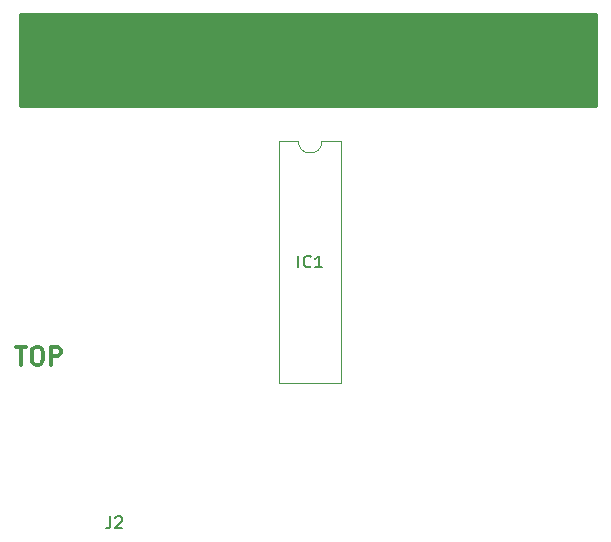
<source format=gbr>
G04 #@! TF.FileFunction,Legend,Top*
%FSLAX46Y46*%
G04 Gerber Fmt 4.6, Leading zero omitted, Abs format (unit mm)*
G04 Created by KiCad (PCBNEW 4.0.7) date 04/02/18 18:29:08*
%MOMM*%
%LPD*%
G01*
G04 APERTURE LIST*
%ADD10C,0.100000*%
%ADD11C,0.300000*%
%ADD12C,0.120000*%
%ADD13C,0.150000*%
%ADD14C,0.254000*%
G04 APERTURE END LIST*
D10*
D11*
X117675714Y-120218571D02*
X118532857Y-120218571D01*
X118104286Y-121718571D02*
X118104286Y-120218571D01*
X119318571Y-120218571D02*
X119604285Y-120218571D01*
X119747143Y-120290000D01*
X119890000Y-120432857D01*
X119961428Y-120718571D01*
X119961428Y-121218571D01*
X119890000Y-121504286D01*
X119747143Y-121647143D01*
X119604285Y-121718571D01*
X119318571Y-121718571D01*
X119175714Y-121647143D01*
X119032857Y-121504286D01*
X118961428Y-121218571D01*
X118961428Y-120718571D01*
X119032857Y-120432857D01*
X119175714Y-120290000D01*
X119318571Y-120218571D01*
X120604286Y-121718571D02*
X120604286Y-120218571D01*
X121175714Y-120218571D01*
X121318572Y-120290000D01*
X121390000Y-120361429D01*
X121461429Y-120504286D01*
X121461429Y-120718571D01*
X121390000Y-120861429D01*
X121318572Y-120932857D01*
X121175714Y-121004286D01*
X120604286Y-121004286D01*
D12*
X143550000Y-102810000D02*
G75*
G02X141550000Y-102810000I-1000000J0D01*
G01*
X141550000Y-102810000D02*
X139900000Y-102810000D01*
X139900000Y-102810000D02*
X139900000Y-123250000D01*
X139900000Y-123250000D02*
X145200000Y-123250000D01*
X145200000Y-123250000D02*
X145200000Y-102810000D01*
X145200000Y-102810000D02*
X143550000Y-102810000D01*
D13*
X141563810Y-113492381D02*
X141563810Y-112492381D01*
X142611429Y-113397143D02*
X142563810Y-113444762D01*
X142420953Y-113492381D01*
X142325715Y-113492381D01*
X142182857Y-113444762D01*
X142087619Y-113349524D01*
X142040000Y-113254286D01*
X141992381Y-113063810D01*
X141992381Y-112920952D01*
X142040000Y-112730476D01*
X142087619Y-112635238D01*
X142182857Y-112540000D01*
X142325715Y-112492381D01*
X142420953Y-112492381D01*
X142563810Y-112540000D01*
X142611429Y-112587619D01*
X143563810Y-113492381D02*
X142992381Y-113492381D01*
X143278095Y-113492381D02*
X143278095Y-112492381D01*
X143182857Y-112635238D01*
X143087619Y-112730476D01*
X142992381Y-112778095D01*
X125636667Y-134572381D02*
X125636667Y-135286667D01*
X125589047Y-135429524D01*
X125493809Y-135524762D01*
X125350952Y-135572381D01*
X125255714Y-135572381D01*
X126065238Y-134667619D02*
X126112857Y-134620000D01*
X126208095Y-134572381D01*
X126446191Y-134572381D01*
X126541429Y-134620000D01*
X126589048Y-134667619D01*
X126636667Y-134762857D01*
X126636667Y-134858095D01*
X126589048Y-135000952D01*
X126017619Y-135572381D01*
X126636667Y-135572381D01*
D14*
G36*
X166713000Y-99813000D02*
X117967000Y-99813000D01*
X117967000Y-92067000D01*
X166713000Y-92067000D01*
X166713000Y-99813000D01*
X166713000Y-99813000D01*
G37*
X166713000Y-99813000D02*
X117967000Y-99813000D01*
X117967000Y-92067000D01*
X166713000Y-92067000D01*
X166713000Y-99813000D01*
M02*

</source>
